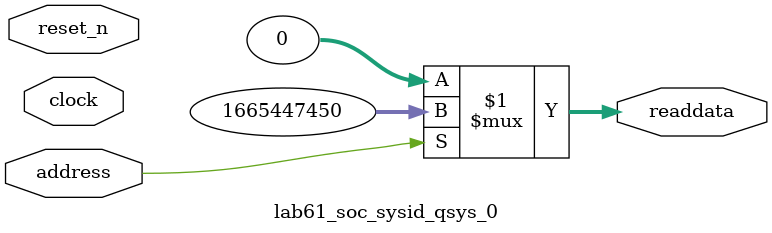
<source format=v>



// synthesis translate_off
`timescale 1ns / 1ps
// synthesis translate_on

// turn off superfluous verilog processor warnings 
// altera message_level Level1 
// altera message_off 10034 10035 10036 10037 10230 10240 10030 

module lab61_soc_sysid_qsys_0 (
               // inputs:
                address,
                clock,
                reset_n,

               // outputs:
                readdata
             )
;

  output  [ 31: 0] readdata;
  input            address;
  input            clock;
  input            reset_n;

  wire    [ 31: 0] readdata;
  //control_slave, which is an e_avalon_slave
  assign readdata = address ? 1665447450 : 0;

endmodule



</source>
